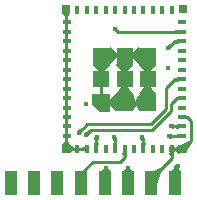
<source format=gbr>
%TF.GenerationSoftware,KiCad,Pcbnew,7.0.10*%
%TF.CreationDate,2024-04-18T15:46:53+08:00*%
%TF.ProjectId,esp32c3-vertical,65737033-3263-4332-9d76-657274696361,rev?*%
%TF.SameCoordinates,Original*%
%TF.FileFunction,Copper,L1,Top*%
%TF.FilePolarity,Positive*%
%FSLAX46Y46*%
G04 Gerber Fmt 4.6, Leading zero omitted, Abs format (unit mm)*
G04 Created by KiCad (PCBNEW 7.0.10) date 2024-04-18 15:46:53*
%MOMM*%
%LPD*%
G01*
G04 APERTURE LIST*
G04 Aperture macros list*
%AMFreePoly0*
4,1,6,0.725000,-0.725000,-0.725000,-0.725000,-0.725000,0.125000,-0.125000,0.725000,0.725000,0.725000,0.725000,-0.725000,0.725000,-0.725000,$1*%
G04 Aperture macros list end*
%TA.AperFunction,SMDPad,CuDef*%
%ADD10R,1.000000X2.000000*%
%TD*%
%TA.AperFunction,SMDPad,CuDef*%
%ADD11R,0.400000X0.800000*%
%TD*%
%TA.AperFunction,SMDPad,CuDef*%
%ADD12R,0.800000X0.400000*%
%TD*%
%TA.AperFunction,SMDPad,CuDef*%
%ADD13FreePoly0,90.000000*%
%TD*%
%TA.AperFunction,SMDPad,CuDef*%
%ADD14R,1.450000X1.450000*%
%TD*%
%TA.AperFunction,SMDPad,CuDef*%
%ADD15R,0.700000X0.700000*%
%TD*%
%TA.AperFunction,ViaPad*%
%ADD16C,0.450000*%
%TD*%
%TA.AperFunction,ViaPad*%
%ADD17C,0.800000*%
%TD*%
%TA.AperFunction,Conductor*%
%ADD18C,0.250000*%
%TD*%
G04 APERTURE END LIST*
D10*
%TO.P,J8,1,Pin_1*%
%TO.N,+5V*%
X15700000Y1300000D03*
%TD*%
%TO.P,J7,1,Pin_1*%
%TO.N,GND*%
X13700000Y1300000D03*
%TD*%
%TO.P,J6,1,Pin_1*%
%TO.N,OUT1*%
X11728570Y1300000D03*
%TD*%
%TO.P,J5,1,Pin_1*%
%TO.N,OUT2*%
X9800000Y1300000D03*
%TD*%
%TO.P,J4,1,Pin_1*%
%TO.N,FUNC*%
X7800000Y1300000D03*
%TD*%
%TO.P,J3,1,Pin_1*%
%TO.N,unconnected-(J3-Pin_1-Pad1)*%
X5700000Y1300000D03*
%TD*%
%TO.P,J2,1,Pin_1*%
%TO.N,CH2*%
X3785714Y1300000D03*
%TD*%
%TO.P,J1,1,Pin_1*%
%TO.N,CH1*%
X1800000Y1300000D03*
%TD*%
D11*
%TO.P,U2,1,GND*%
%TO.N,GND*%
X7450000Y4225000D03*
%TO.P,U2,2,GND*%
X8250000Y4225000D03*
%TO.P,U2,3,3V3*%
%TO.N,+3.3V*%
X9050000Y4225000D03*
%TO.P,U2,4,NC*%
%TO.N,unconnected-(U2-NC-Pad4)*%
X9850000Y4225000D03*
%TO.P,U2,5,GPIO2/ADC1_CH2*%
%TO.N,Net-(U2-GPIO2{slash}ADC1_CH2)*%
X10650000Y4225000D03*
%TO.P,U2,6,GPIO3/ADC1_CH3*%
%TO.N,FUNC*%
X11450000Y4225000D03*
%TO.P,U2,7,NC*%
%TO.N,unconnected-(U2-NC-Pad7)*%
X12250000Y4225000D03*
%TO.P,U2,8,EN/CHIP_PU*%
%TO.N,EN*%
X13050000Y4225000D03*
%TO.P,U2,9,NC*%
%TO.N,unconnected-(U2-NC-Pad9)*%
X13850000Y4225000D03*
%TO.P,U2,10,NC*%
%TO.N,unconnected-(U2-NC-Pad10)*%
X14650000Y4225000D03*
%TO.P,U2,11,GND*%
%TO.N,GND*%
X15450000Y4225000D03*
D12*
%TO.P,U2,12,GPIO0/ADC1_CH0/XTAL_32K_P*%
%TO.N,OUT1*%
X16350000Y5325000D03*
%TO.P,U2,13,GPIO1/ADC1_CH1/XTAL_32K_N*%
%TO.N,OUT2*%
X16350000Y6125000D03*
%TO.P,U2,14,GND*%
%TO.N,GND*%
X16350000Y6925000D03*
%TO.P,U2,15,NC*%
%TO.N,unconnected-(U2-NC-Pad15)*%
X16350000Y7725000D03*
%TO.P,U2,16,GPIO10*%
%TO.N,CH1*%
X16350000Y8525000D03*
%TO.P,U2,17,NC*%
%TO.N,unconnected-(U2-NC-Pad17)*%
X16350000Y9325000D03*
%TO.P,U2,18,GPIO4/ADC1_CH4*%
%TO.N,CH2*%
X16350000Y10125000D03*
%TO.P,U2,19,GPIO5/ADC2_CH0*%
%TO.N,unconnected-(U2-GPIO5{slash}ADC2_CH0-Pad19)*%
X16350000Y10925000D03*
%TO.P,U2,20,GPIO6*%
%TO.N,unconnected-(U2-GPIO6-Pad20)*%
X16350000Y11725000D03*
%TO.P,U2,21,GPIO7*%
%TO.N,unconnected-(U2-GPIO7-Pad21)*%
X16350000Y12525000D03*
%TO.P,U2,22,GPIO8*%
%TO.N,Net-(U2-GPIO8)*%
X16350000Y13325000D03*
%TO.P,U2,23,GPIO9*%
%TO.N,OP*%
X16350000Y14125000D03*
%TO.P,U2,24,NC*%
%TO.N,unconnected-(U2-NC-Pad24)*%
X16350000Y14925000D03*
D11*
%TO.P,U2,25,NC*%
%TO.N,unconnected-(U2-NC-Pad25)*%
X15450000Y16025000D03*
%TO.P,U2,26,GPIO18/USB_D-*%
%TO.N,unconnected-(U2-GPIO18{slash}USB_D--Pad26)*%
X14650000Y16025000D03*
%TO.P,U2,27,GPIO19/USB_D+*%
%TO.N,unconnected-(U2-GPIO19{slash}USB_D+-Pad27)*%
X13850000Y16025000D03*
%TO.P,U2,28,NC*%
%TO.N,unconnected-(U2-NC-Pad28)*%
X13050000Y16025000D03*
%TO.P,U2,29,NC*%
%TO.N,unconnected-(U2-NC-Pad29)*%
X12250000Y16025000D03*
%TO.P,U2,30,GPIO20/U0RXD*%
%TO.N,U0RX*%
X11450000Y16025000D03*
%TO.P,U2,31,GPIO21/U0TXD*%
%TO.N,U0TX*%
X10650000Y16025000D03*
%TO.P,U2,32,NC*%
%TO.N,unconnected-(U2-NC-Pad32)*%
X9850000Y16025000D03*
%TO.P,U2,33,NC*%
%TO.N,unconnected-(U2-NC-Pad33)*%
X9050000Y16025000D03*
%TO.P,U2,34,NC*%
%TO.N,unconnected-(U2-NC-Pad34)*%
X8250000Y16025000D03*
%TO.P,U2,35,NC*%
%TO.N,unconnected-(U2-NC-Pad35)*%
X7450000Y16025000D03*
D12*
%TO.P,U2,36,GND*%
%TO.N,GND*%
X6550000Y14925000D03*
%TO.P,U2,37,GND*%
X6550000Y14125000D03*
%TO.P,U2,38,GND*%
X6550000Y13325000D03*
%TO.P,U2,39,GND*%
X6550000Y12525000D03*
%TO.P,U2,40,GND*%
X6550000Y11725000D03*
%TO.P,U2,41,GND*%
X6550000Y10925000D03*
%TO.P,U2,42,GND*%
X6550000Y10125000D03*
%TO.P,U2,43,GND*%
X6550000Y9325000D03*
%TO.P,U2,44,GND*%
X6550000Y8525000D03*
%TO.P,U2,45,GND*%
X6550000Y7725000D03*
%TO.P,U2,46,GND*%
X6550000Y6925000D03*
%TO.P,U2,47,GND*%
X6550000Y6125000D03*
%TO.P,U2,48,GND*%
X6550000Y5325000D03*
D13*
%TO.P,U2,49,GND*%
X9475000Y8150000D03*
D14*
X11450000Y8150000D03*
X13425000Y8150000D03*
X9475000Y10125000D03*
X11450000Y10125000D03*
X13425000Y10125000D03*
X9475000Y12100000D03*
X11450000Y12100000D03*
X13425000Y12100000D03*
D15*
%TO.P,U2,50,GND*%
X6500000Y16075000D03*
%TO.P,U2,51,GND*%
X16400000Y16075000D03*
%TO.P,U2,52,GND*%
X16400000Y4175000D03*
%TO.P,U2,53,GND*%
X6500000Y4175000D03*
%TD*%
D16*
%TO.N,GND*%
X13650000Y12100000D03*
%TO.N,+3.3V*%
X15100000Y11100000D03*
%TO.N,GND*%
X12300000Y8000000D03*
X9500000Y12100000D03*
%TO.N,U0RX*%
X11450000Y16025000D03*
%TO.N,U0TX*%
X10650000Y16025000D03*
%TO.N,OP*%
X10600000Y14400000D03*
%TO.N,CH2*%
X3785714Y1300000D03*
%TO.N,CH1*%
X1800000Y1300000D03*
%TO.N,CH2*%
X7583353Y5605549D03*
%TO.N,CH1*%
X8200000Y5400000D03*
%TO.N,GND*%
X15400000Y4200000D03*
%TO.N,OUT1*%
X15200000Y5300000D03*
X11728570Y2600000D03*
%TO.N,OUT2*%
X9900000Y2600000D03*
X15400000Y6125000D03*
%TO.N,+3.3V*%
X8200000Y8000000D03*
X9100000Y5200000D03*
%TO.N,GND*%
X6500000Y4200000D03*
X16400000Y16100000D03*
%TO.N,Net-(U2-GPIO8)*%
X15100000Y12725000D03*
%TO.N,Net-(U2-GPIO2{slash}ADC1_CH2)*%
X10550000Y5250000D03*
%TO.N,EN*%
X12900000Y5200000D03*
D17*
%TO.N,GND*%
X13750000Y1300000D03*
D16*
%TO.N,+5V*%
X15950000Y2800000D03*
%TD*%
D18*
%TO.N,GND*%
X17075000Y4850000D02*
X16400000Y4175000D01*
X16775000Y6925000D02*
X17075000Y6625000D01*
X17075000Y6625000D02*
X17075000Y4850000D01*
X16350000Y6925000D02*
X16775000Y6925000D01*
X12150000Y8150000D02*
X9475000Y8150000D01*
X12300000Y8000000D02*
X12150000Y8150000D01*
X12450000Y8150000D02*
X12300000Y8000000D01*
X9500000Y12100000D02*
X13425000Y12100000D01*
%TO.N,OP*%
X10875000Y14125000D02*
X10600000Y14400000D01*
X16350000Y14125000D02*
X10875000Y14125000D01*
%TO.N,FUNC*%
X11025000Y3150000D02*
X8750000Y3150000D01*
X11450000Y3575000D02*
X11025000Y3150000D01*
X8750000Y3150000D02*
X7800000Y2200000D01*
X11450000Y4225000D02*
X11450000Y3575000D01*
X7800000Y2200000D02*
X7800000Y1300000D01*
%TO.N,CH2*%
X8277804Y6300000D02*
X7583353Y5605549D01*
X13663604Y6300000D02*
X8277804Y6300000D01*
X14950000Y7586396D02*
X13663604Y6300000D01*
X14950000Y9375000D02*
X14950000Y7586396D01*
X15700000Y10125000D02*
X14950000Y9375000D01*
X16350000Y10125000D02*
X15700000Y10125000D01*
%TO.N,CH1*%
X15400000Y7400000D02*
X13800000Y5800000D01*
X8600000Y5800000D02*
X8200000Y5400000D01*
X15400000Y8025000D02*
X15400000Y7400000D01*
X15900000Y8525000D02*
X15400000Y8025000D01*
X13800000Y5800000D02*
X8600000Y5800000D01*
X16350000Y8525000D02*
X15900000Y8525000D01*
%TO.N,GND*%
X15400000Y4200000D02*
X15450000Y3450000D01*
%TO.N,OUT2*%
X9900000Y2600000D02*
X9900000Y1400000D01*
X9900000Y1400000D02*
X9800000Y1300000D01*
%TO.N,OUT1*%
X11728570Y2600000D02*
X11728570Y1300000D01*
%TO.N,OUT2*%
X15400000Y6125000D02*
X16350000Y6125000D01*
%TO.N,OUT1*%
X15200000Y5300000D02*
X16325000Y5300000D01*
X16325000Y5300000D02*
X16350000Y5325000D01*
%TO.N,GND*%
X11450000Y8150000D02*
X11450000Y12100000D01*
X13425000Y8150000D02*
X12450000Y8150000D01*
X13425000Y12100000D02*
X13425000Y8150000D01*
X9475000Y12100000D02*
X9500000Y12100000D01*
X9475000Y12100000D02*
X9475000Y8150000D01*
%TO.N,+3.3V*%
X9050000Y5150000D02*
X9100000Y5200000D01*
X9050000Y4225000D02*
X9050000Y5150000D01*
%TO.N,GND*%
X6500000Y4200000D02*
X6500000Y16075000D01*
X13700000Y1700000D02*
X13700000Y1300000D01*
X15450000Y3450000D02*
X13700000Y1700000D01*
X15450000Y4225000D02*
X15400000Y4200000D01*
X15500000Y4175000D02*
X15450000Y4225000D01*
X16400000Y4175000D02*
X15500000Y4175000D01*
%TO.N,Net-(U2-GPIO8)*%
X15700000Y13325000D02*
X16350000Y13325000D01*
X15100000Y12725000D02*
X15700000Y13325000D01*
%TO.N,GND*%
X6500000Y4175000D02*
X6500000Y4200000D01*
X8250000Y4225000D02*
X6550000Y4225000D01*
X6550000Y4225000D02*
X6500000Y4175000D01*
%TO.N,Net-(U2-GPIO2{slash}ADC1_CH2)*%
X10650000Y5150000D02*
X10650000Y4225000D01*
X10550000Y5250000D02*
X10650000Y5150000D01*
%TO.N,EN*%
X13050000Y5050000D02*
X12900000Y5200000D01*
X13050000Y4225000D02*
X13050000Y5050000D01*
%TO.N,+5V*%
X15950000Y2800000D02*
X15700000Y2550000D01*
X15700000Y2550000D02*
X15700000Y1300000D01*
%TD*%
%TA.AperFunction,Conductor*%
%TO.N,GND*%
G36*
X16915130Y4854844D02*
G01*
X17079843Y4690131D01*
X17083270Y4681858D01*
X17081978Y4676513D01*
X16754912Y4039593D01*
X16748084Y4033799D01*
X16740053Y4034118D01*
X16403805Y4172437D01*
X16397458Y4178753D01*
X16259117Y4515055D01*
X16259139Y4524009D01*
X16264590Y4529912D01*
X16901512Y4856980D01*
X16910437Y4857710D01*
X16915130Y4854844D01*
G37*
%TD.AperFunction*%
%TD*%
%TA.AperFunction,Conductor*%
%TO.N,GND*%
G36*
X16753850Y7037548D02*
G01*
X16754427Y7037206D01*
X16974794Y6897469D01*
X16979945Y6890144D01*
X16978409Y6881322D01*
X16976801Y6879315D01*
X16813904Y6716418D01*
X16805631Y6712991D01*
X16805336Y6712995D01*
X16342599Y6724683D01*
X16334415Y6728317D01*
X16331198Y6736674D01*
X16331247Y6737496D01*
X16345883Y6890144D01*
X16348531Y6917764D01*
X16352732Y6925671D01*
X16356965Y6927896D01*
X16744955Y7038574D01*
X16753850Y7037548D01*
G37*
%TD.AperFunction*%
%TD*%
%TA.AperFunction,Conductor*%
%TO.N,GND*%
G36*
X11922994Y8273312D02*
G01*
X12289832Y8226303D01*
X12297603Y8221852D01*
X12300045Y8214750D01*
X12300978Y8004898D01*
X12297588Y7996610D01*
X12297525Y7996547D01*
X12148290Y7848245D01*
X12140006Y7844844D01*
X12132753Y7847393D01*
X11914231Y8021487D01*
X11909895Y8029322D01*
X11909821Y8030638D01*
X11909821Y8261706D01*
X11913248Y8269979D01*
X11921521Y8273406D01*
X11922994Y8273312D01*
G37*
%TD.AperFunction*%
%TD*%
%TA.AperFunction,Conductor*%
%TO.N,GND*%
G36*
X10732529Y8867481D02*
G01*
X11442709Y8158279D01*
X11446142Y8150008D01*
X11442721Y8141733D01*
X11442709Y8141721D01*
X10732529Y7432520D01*
X10724254Y7429099D01*
X10716802Y7431785D01*
X10004240Y8021492D01*
X10000052Y8029407D01*
X10000000Y8030506D01*
X10000000Y8269495D01*
X10003427Y8277768D01*
X10004240Y8278509D01*
X10716803Y8868217D01*
X10725361Y8870850D01*
X10732529Y8867481D01*
G37*
%TD.AperFunction*%
%TD*%
%TA.AperFunction,Conductor*%
%TO.N,GND*%
G36*
X12177596Y8860859D02*
G01*
X12180549Y8855879D01*
X12312608Y8405505D01*
X12361611Y8238388D01*
X12361612Y8238387D01*
X12532072Y8067927D01*
X12535499Y8059654D01*
X12533960Y8053854D01*
X12182589Y7438297D01*
X12175512Y7432811D01*
X12166628Y7433936D01*
X12164163Y7435816D01*
X11457583Y8141019D01*
X11454148Y8149289D01*
X11457567Y8157565D01*
X11457576Y8157574D01*
X12161052Y8860862D01*
X12169324Y8864287D01*
X12177596Y8860859D01*
G37*
%TD.AperFunction*%
%TD*%
%TA.AperFunction,Conductor*%
%TO.N,GND*%
G36*
X13452529Y12181846D02*
G01*
X13642734Y12103975D01*
X13649091Y12097670D01*
X13650000Y12093148D01*
X13650000Y11886700D01*
X13646573Y11878427D01*
X13638300Y11875000D01*
X13550000Y11875000D01*
X13318208Y11875000D01*
X13309935Y11878427D01*
X13306508Y11886700D01*
X13307566Y11891562D01*
X13403247Y12101000D01*
X13437456Y12175881D01*
X13444010Y12181980D01*
X13452529Y12181846D01*
G37*
%TD.AperFunction*%
%TD*%
%TA.AperFunction,Conductor*%
%TO.N,GND*%
G36*
X9940898Y12227073D02*
G01*
X9948204Y12221895D01*
X9950000Y12215665D01*
X9950000Y11984336D01*
X9946573Y11976063D01*
X9940898Y11972928D01*
X9595692Y11894311D01*
X9586864Y11895815D01*
X9582303Y11901197D01*
X9551378Y11975000D01*
X9500893Y12095481D01*
X9500857Y12104432D01*
X9582304Y12298806D01*
X9588661Y12305110D01*
X9595690Y12305690D01*
X9940898Y12227073D01*
G37*
%TD.AperFunction*%
%TD*%
%TA.AperFunction,Conductor*%
%TO.N,GND*%
G36*
X10208197Y12818216D02*
G01*
X10920760Y12228509D01*
X10924948Y12220594D01*
X10925000Y12219495D01*
X10925000Y11980506D01*
X10921573Y11972233D01*
X10920760Y11971492D01*
X10208197Y11381785D01*
X10199638Y11379151D01*
X10192470Y11382520D01*
X9482290Y12091721D01*
X9478857Y12099992D01*
X9482278Y12108267D01*
X9482290Y12108279D01*
X10192471Y12817482D01*
X10200745Y12820902D01*
X10208197Y12818216D01*
G37*
%TD.AperFunction*%
%TD*%
%TA.AperFunction,Conductor*%
%TO.N,GND*%
G36*
X12707529Y12817481D02*
G01*
X13417709Y12108279D01*
X13421142Y12100008D01*
X13417721Y12091733D01*
X13417709Y12091721D01*
X12707529Y11382520D01*
X12699254Y11379099D01*
X12691802Y11381785D01*
X11979240Y11971492D01*
X11975052Y11979407D01*
X11975000Y11980506D01*
X11975000Y12219495D01*
X11978427Y12227768D01*
X11979240Y12228509D01*
X12691803Y12818217D01*
X12700361Y12820850D01*
X12707529Y12817481D01*
G37*
%TD.AperFunction*%
%TD*%
%TA.AperFunction,Conductor*%
%TO.N,OP*%
G36*
X10807105Y14482082D02*
G01*
X10812891Y14476864D01*
X10934674Y14252612D01*
X10936092Y14247028D01*
X10936092Y14018179D01*
X10932665Y14009906D01*
X10924392Y14006479D01*
X10919546Y14007530D01*
X10524143Y14187464D01*
X10518032Y14194010D01*
X10518160Y14202545D01*
X10597149Y14395481D01*
X10603452Y14401836D01*
X10798152Y14482097D01*
X10807105Y14482082D01*
G37*
%TD.AperFunction*%
%TD*%
%TA.AperFunction,Conductor*%
%TO.N,OP*%
G36*
X15954178Y14322908D02*
G01*
X15954524Y14322744D01*
X16116632Y14241892D01*
X16330007Y14135470D01*
X16335881Y14128711D01*
X16335255Y14119778D01*
X16330007Y14114530D01*
X15954559Y13927274D01*
X15945626Y13926648D01*
X15945229Y13926789D01*
X15757592Y13997153D01*
X15751049Y14003267D01*
X15750000Y14008108D01*
X15750000Y14241892D01*
X15753427Y14250165D01*
X15757592Y14252847D01*
X15945231Y14323212D01*
X15954178Y14322908D01*
G37*
%TD.AperFunction*%
%TD*%
%TA.AperFunction,Conductor*%
%TO.N,FUNC*%
G36*
X11455222Y4210256D02*
G01*
X11460470Y4205008D01*
X11647726Y3829560D01*
X11648352Y3820627D01*
X11648211Y3820230D01*
X11577847Y3632592D01*
X11571734Y3626049D01*
X11566892Y3625000D01*
X11333108Y3625000D01*
X11324835Y3628427D01*
X11322153Y3632592D01*
X11251788Y3820232D01*
X11252092Y3829179D01*
X11252246Y3829505D01*
X11439530Y4205009D01*
X11446289Y4210882D01*
X11455222Y4210256D01*
G37*
%TD.AperFunction*%
%TD*%
%TA.AperFunction,Conductor*%
%TO.N,CH2*%
G36*
X7819763Y6005534D02*
G01*
X7983337Y5841960D01*
X7986764Y5833687D01*
X7984968Y5827457D01*
X7916592Y5718754D01*
X7914961Y5716711D01*
X7851472Y5653221D01*
X7789863Y5532305D01*
X7789572Y5532453D01*
X7784539Y5526568D01*
X7775612Y5525873D01*
X7774803Y5526169D01*
X7587183Y5602985D01*
X7580825Y5609291D01*
X7580788Y5609380D01*
X7500975Y5804321D01*
X7501012Y5813276D01*
X7505573Y5818658D01*
X7532123Y5835358D01*
X7805260Y6007166D01*
X7814088Y6008669D01*
X7819763Y6005534D01*
G37*
%TD.AperFunction*%
%TD*%
%TA.AperFunction,Conductor*%
%TO.N,CH2*%
G36*
X15954178Y10322908D02*
G01*
X15954524Y10322744D01*
X16116632Y10241892D01*
X16330007Y10135470D01*
X16335881Y10128711D01*
X16335255Y10119778D01*
X16330007Y10114530D01*
X15954559Y9927274D01*
X15945626Y9926648D01*
X15945229Y9926789D01*
X15757592Y9997153D01*
X15751049Y10003267D01*
X15750000Y10008108D01*
X15750000Y10241892D01*
X15753427Y10250165D01*
X15757592Y10252847D01*
X15945231Y10323212D01*
X15954178Y10322908D01*
G37*
%TD.AperFunction*%
%TD*%
%TA.AperFunction,Conductor*%
%TO.N,CH1*%
G36*
X8436410Y5799985D02*
G01*
X8599984Y5636411D01*
X8603411Y5628138D01*
X8601615Y5621908D01*
X8413108Y5322221D01*
X8405802Y5317043D01*
X8398771Y5317623D01*
X8203830Y5397436D01*
X8197472Y5403742D01*
X8197435Y5403831D01*
X8117622Y5598772D01*
X8117659Y5607727D01*
X8122220Y5613109D01*
X8148770Y5629809D01*
X8421907Y5801617D01*
X8430735Y5803120D01*
X8436410Y5799985D01*
G37*
%TD.AperFunction*%
%TD*%
%TA.AperFunction,Conductor*%
%TO.N,CH1*%
G36*
X15954979Y8650933D02*
G01*
X16323211Y8534408D01*
X16330065Y8528645D01*
X16330836Y8519723D01*
X16325073Y8512869D01*
X16324921Y8512792D01*
X15952930Y8326468D01*
X15946734Y8325268D01*
X15886602Y8330196D01*
X15879285Y8333584D01*
X15716191Y8496678D01*
X15712764Y8504951D01*
X15716191Y8513224D01*
X15718483Y8515007D01*
X15945494Y8649833D01*
X15954357Y8651110D01*
X15954979Y8650933D01*
G37*
%TD.AperFunction*%
%TD*%
%TA.AperFunction,Conductor*%
%TO.N,GND*%
G36*
X15611330Y4200061D02*
G01*
X15619587Y4196597D01*
X15622977Y4188309D01*
X15622828Y4186503D01*
X15555972Y3770956D01*
X15551275Y3763332D01*
X15545199Y3761140D01*
X15314298Y3745746D01*
X15305816Y3748615D01*
X15302333Y3753994D01*
X15300145Y3761140D01*
X15195226Y4103775D01*
X15196080Y4112687D01*
X15201888Y4117988D01*
X15397740Y4200078D01*
X15402309Y4200987D01*
X15611330Y4200061D01*
G37*
%TD.AperFunction*%
%TD*%
%TA.AperFunction,Conductor*%
%TO.N,GND*%
G36*
X15454949Y4209835D02*
G01*
X15460278Y4204423D01*
X15639947Y3829710D01*
X15640434Y3820768D01*
X15640207Y3820175D01*
X15565806Y3640473D01*
X15559475Y3634140D01*
X15555774Y3633275D01*
X15322834Y3617746D01*
X15314351Y3620615D01*
X15310868Y3625998D01*
X15308642Y3633275D01*
X15251365Y3820537D01*
X15252081Y3829176D01*
X15439259Y4204587D01*
X15446016Y4210459D01*
X15454949Y4209835D01*
G37*
%TD.AperFunction*%
%TD*%
%TA.AperFunction,Conductor*%
%TO.N,OUT2*%
G36*
X10098803Y2517697D02*
G01*
X10105109Y2511339D01*
X10105689Y2504308D01*
X10027073Y2159102D01*
X10021895Y2151796D01*
X10015665Y2150000D01*
X9784335Y2150000D01*
X9776062Y2153427D01*
X9772927Y2159102D01*
X9694310Y2504310D01*
X9695814Y2513136D01*
X9701193Y2517696D01*
X9895480Y2599107D01*
X9904431Y2599143D01*
X10098803Y2517697D01*
G37*
%TD.AperFunction*%
%TD*%
%TA.AperFunction,Conductor*%
%TO.N,OUT2*%
G36*
X10028126Y2596573D02*
G01*
X10028474Y2596210D01*
X10294561Y2305934D01*
X10297625Y2297520D01*
X10296403Y2292800D01*
X9811334Y1321692D01*
X9804571Y1315822D01*
X9795639Y1316453D01*
X9790096Y1322352D01*
X9379040Y2291573D01*
X9378964Y2300527D01*
X9382784Y2305496D01*
X9771878Y2597657D01*
X9778903Y2600000D01*
X10019853Y2600000D01*
X10028126Y2596573D01*
G37*
%TD.AperFunction*%
%TD*%
%TA.AperFunction,Conductor*%
%TO.N,OUT1*%
G36*
X11927373Y2517697D02*
G01*
X11933679Y2511339D01*
X11934259Y2504308D01*
X11855643Y2159102D01*
X11850465Y2151796D01*
X11844235Y2150000D01*
X11612905Y2150000D01*
X11604632Y2153427D01*
X11601497Y2159102D01*
X11522880Y2504310D01*
X11524384Y2513136D01*
X11529763Y2517696D01*
X11724050Y2599107D01*
X11733001Y2599143D01*
X11927373Y2517697D01*
G37*
%TD.AperFunction*%
%TD*%
%TA.AperFunction,Conductor*%
%TO.N,OUT1*%
G36*
X11856775Y2597436D02*
G01*
X12221187Y2305906D01*
X12225506Y2298063D01*
X12224345Y2291543D01*
X11739037Y1319955D01*
X11732274Y1314085D01*
X11723342Y1314716D01*
X11718103Y1319955D01*
X11232794Y2291543D01*
X11232163Y2300475D01*
X11235949Y2305904D01*
X11600365Y2597436D01*
X11607674Y2600000D01*
X11849466Y2600000D01*
X11856775Y2597436D01*
G37*
%TD.AperFunction*%
%TD*%
%TA.AperFunction,Conductor*%
%TO.N,OUT2*%
G36*
X15840898Y6252073D02*
G01*
X15848204Y6246895D01*
X15850000Y6240665D01*
X15850000Y6009336D01*
X15846573Y6001063D01*
X15840898Y5997928D01*
X15495692Y5919311D01*
X15486864Y5920815D01*
X15482303Y5926197D01*
X15451378Y6000000D01*
X15400893Y6120481D01*
X15400857Y6129432D01*
X15482304Y6323806D01*
X15488661Y6330110D01*
X15495690Y6330690D01*
X15840898Y6252073D01*
G37*
%TD.AperFunction*%
%TD*%
%TA.AperFunction,Conductor*%
%TO.N,OUT2*%
G36*
X15954178Y6322908D02*
G01*
X15954524Y6322744D01*
X16116632Y6241892D01*
X16330007Y6135470D01*
X16335881Y6128711D01*
X16335255Y6119778D01*
X16330007Y6114530D01*
X15954559Y5927274D01*
X15945626Y5926648D01*
X15945229Y5926789D01*
X15757592Y5997153D01*
X15751049Y6003267D01*
X15750000Y6008108D01*
X15750000Y6241892D01*
X15753427Y6250165D01*
X15757592Y6252847D01*
X15945231Y6323212D01*
X15954178Y6322908D01*
G37*
%TD.AperFunction*%
%TD*%
%TA.AperFunction,Conductor*%
%TO.N,OUT1*%
G36*
X15640898Y5427073D02*
G01*
X15648204Y5421895D01*
X15650000Y5415665D01*
X15650000Y5184336D01*
X15646573Y5176063D01*
X15640898Y5172928D01*
X15295692Y5094311D01*
X15286864Y5095815D01*
X15282303Y5101197D01*
X15251378Y5175000D01*
X15200893Y5295481D01*
X15200857Y5304432D01*
X15282304Y5498806D01*
X15288661Y5505110D01*
X15295690Y5505690D01*
X15640898Y5427073D01*
G37*
%TD.AperFunction*%
%TD*%
%TA.AperFunction,Conductor*%
%TO.N,OUT1*%
G36*
X15954646Y5506368D02*
G01*
X16131416Y5425479D01*
X16328742Y5335185D01*
X16334839Y5328627D01*
X16334513Y5319678D01*
X16329096Y5314076D01*
X15953867Y5126930D01*
X15945807Y5126049D01*
X15758862Y5172785D01*
X15751667Y5178116D01*
X15750000Y5184136D01*
X15750000Y5417206D01*
X15753427Y5425479D01*
X15757193Y5428003D01*
X15944900Y5506364D01*
X15945278Y5506523D01*
X15954232Y5506547D01*
X15954646Y5506368D01*
G37*
%TD.AperFunction*%
%TD*%
%TA.AperFunction,Conductor*%
%TO.N,GND*%
G36*
X11577768Y9596573D02*
G01*
X11578509Y9595760D01*
X12168215Y8883198D01*
X12170849Y8874639D01*
X12167480Y8867471D01*
X11458279Y8157291D01*
X11450008Y8153858D01*
X11441733Y8157279D01*
X11441721Y8157291D01*
X10732519Y8867471D01*
X10729098Y8875746D01*
X10731783Y8883197D01*
X11321491Y9595761D01*
X11329406Y9599948D01*
X11330505Y9600000D01*
X11569495Y9600000D01*
X11577768Y9596573D01*
G37*
%TD.AperFunction*%
%TD*%
%TA.AperFunction,Conductor*%
%TO.N,GND*%
G36*
X11458267Y12092722D02*
G01*
X11458279Y12092710D01*
X12167480Y11382530D01*
X12170901Y11374255D01*
X12168215Y11366803D01*
X11578509Y10654240D01*
X11570594Y10650052D01*
X11569495Y10650000D01*
X11330505Y10650000D01*
X11322232Y10653427D01*
X11321491Y10654240D01*
X10731784Y11366803D01*
X10729150Y11375362D01*
X10732518Y11382529D01*
X11441721Y12092711D01*
X11449992Y12096143D01*
X11458267Y12092722D01*
G37*
%TD.AperFunction*%
%TD*%
%TA.AperFunction,Conductor*%
%TO.N,GND*%
G36*
X12685633Y8270964D02*
G01*
X12690084Y8263193D01*
X12690179Y8261706D01*
X12690179Y8030638D01*
X12686752Y8022365D01*
X12685769Y8021487D01*
X12467246Y7847393D01*
X12458640Y7844918D01*
X12451709Y7848245D01*
X12424064Y7875717D01*
X12302473Y7996549D01*
X12299021Y8004809D01*
X12299954Y8214752D01*
X12303418Y8223008D01*
X12310166Y8226303D01*
X12676994Y8273311D01*
X12685633Y8270964D01*
G37*
%TD.AperFunction*%
%TD*%
%TA.AperFunction,Conductor*%
%TO.N,GND*%
G36*
X12708820Y8777222D02*
G01*
X12709800Y8776454D01*
X13416286Y8158942D01*
X13420260Y8150917D01*
X13417395Y8142433D01*
X13416859Y8141860D01*
X12710283Y7435284D01*
X12702010Y7431857D01*
X12693737Y7435284D01*
X12692157Y7437247D01*
X12388388Y7911613D01*
X12218557Y8081444D01*
X12215130Y8089717D01*
X12217248Y8096430D01*
X12692526Y8774360D01*
X12700079Y8779165D01*
X12708820Y8777222D01*
G37*
%TD.AperFunction*%
%TD*%
%TA.AperFunction,Conductor*%
%TO.N,GND*%
G36*
X13452529Y12181846D02*
G01*
X13642734Y12103975D01*
X13649091Y12097670D01*
X13650000Y12093148D01*
X13650000Y11886700D01*
X13646573Y11878427D01*
X13638300Y11875000D01*
X13550000Y11875000D01*
X13318208Y11875000D01*
X13309935Y11878427D01*
X13306508Y11886700D01*
X13307566Y11891562D01*
X13403247Y12101000D01*
X13437456Y12175881D01*
X13444010Y12181980D01*
X13452529Y12181846D01*
G37*
%TD.AperFunction*%
%TD*%
%TA.AperFunction,Conductor*%
%TO.N,GND*%
G36*
X13552768Y9596573D02*
G01*
X13553509Y9595760D01*
X14143215Y8883198D01*
X14145849Y8874639D01*
X14142480Y8867471D01*
X13433279Y8157291D01*
X13425008Y8153858D01*
X13416733Y8157279D01*
X13416721Y8157291D01*
X12707519Y8867471D01*
X12704098Y8875746D01*
X12706783Y8883197D01*
X13296491Y9595761D01*
X13304406Y9599948D01*
X13305505Y9600000D01*
X13544495Y9600000D01*
X13552768Y9596573D01*
G37*
%TD.AperFunction*%
%TD*%
%TA.AperFunction,Conductor*%
%TO.N,GND*%
G36*
X13433267Y12092722D02*
G01*
X13433279Y12092710D01*
X14142480Y11382530D01*
X14145901Y11374255D01*
X14143215Y11366803D01*
X13553509Y10654240D01*
X13545594Y10650052D01*
X13544495Y10650000D01*
X13305505Y10650000D01*
X13297232Y10653427D01*
X13296491Y10654240D01*
X12706784Y11366803D01*
X12704150Y11375362D01*
X12707518Y11382529D01*
X13416721Y12092711D01*
X13424992Y12096143D01*
X13433267Y12092722D01*
G37*
%TD.AperFunction*%
%TD*%
%TA.AperFunction,Conductor*%
%TO.N,GND*%
G36*
X9502192Y12100082D02*
G01*
X9698158Y12017967D01*
X9704464Y12011609D01*
X9704841Y12003808D01*
X9602504Y11663305D01*
X9596841Y11656369D01*
X9591299Y11654973D01*
X9359893Y11654973D01*
X9351620Y11658400D01*
X9348356Y11664729D01*
X9277289Y12086418D01*
X9279293Y12095145D01*
X9286882Y12099899D01*
X9288764Y12100062D01*
X9497622Y12100990D01*
X9502192Y12100082D01*
G37*
%TD.AperFunction*%
%TD*%
%TA.AperFunction,Conductor*%
%TO.N,GND*%
G36*
X9483267Y12092722D02*
G01*
X9483279Y12092710D01*
X10192480Y11382530D01*
X10195901Y11374255D01*
X10193215Y11366803D01*
X9603509Y10654240D01*
X9595594Y10650052D01*
X9594495Y10650000D01*
X9355505Y10650000D01*
X9347232Y10653427D01*
X9346491Y10654240D01*
X8756784Y11366803D01*
X8754150Y11375362D01*
X8757518Y11382529D01*
X9466721Y12092711D01*
X9474992Y12096143D01*
X9483267Y12092722D01*
G37*
%TD.AperFunction*%
%TD*%
%TA.AperFunction,Conductor*%
%TO.N,+3.3V*%
G36*
X9102192Y5200082D02*
G01*
X9297481Y5118251D01*
X9303787Y5111893D01*
X9303913Y5103348D01*
X9178897Y4770325D01*
X9177849Y4767534D01*
X9171733Y4760993D01*
X9166895Y4759946D01*
X8935446Y4759946D01*
X8927173Y4763373D01*
X8923821Y4770325D01*
X8912247Y4872183D01*
X8876472Y5187040D01*
X8878943Y5195644D01*
X8886776Y5199983D01*
X8888044Y5200058D01*
X9097622Y5200990D01*
X9102192Y5200082D01*
G37*
%TD.AperFunction*%
%TD*%
%TA.AperFunction,Conductor*%
%TO.N,+3.3V*%
G36*
X9175165Y4821573D02*
G01*
X9177847Y4817408D01*
X9248211Y4629771D01*
X9247907Y4620822D01*
X9247726Y4620441D01*
X9060470Y4244993D01*
X9053711Y4239119D01*
X9044778Y4239745D01*
X9039530Y4244993D01*
X8986262Y4351795D01*
X8852272Y4620443D01*
X8851647Y4629374D01*
X8851767Y4629715D01*
X8922153Y4817408D01*
X8928267Y4823951D01*
X8933108Y4825000D01*
X9166892Y4825000D01*
X9175165Y4821573D01*
G37*
%TD.AperFunction*%
%TD*%
%TA.AperFunction,Conductor*%
%TO.N,GND*%
G36*
X6623938Y4646573D02*
G01*
X6627073Y4640898D01*
X6705689Y4295693D01*
X6704185Y4286865D01*
X6698803Y4282304D01*
X6504522Y4200895D01*
X6495567Y4200858D01*
X6495478Y4200895D01*
X6301196Y4282304D01*
X6294890Y4288662D01*
X6294310Y4295691D01*
X6372927Y4640899D01*
X6378105Y4648204D01*
X6384335Y4650000D01*
X6615665Y4650000D01*
X6623938Y4646573D01*
G37*
%TD.AperFunction*%
%TD*%
%TA.AperFunction,Conductor*%
%TO.N,GND*%
G36*
X6508259Y16067717D02*
G01*
X6843351Y15731668D01*
X6846766Y15723390D01*
X6844908Y15717080D01*
X6628454Y15380373D01*
X6621097Y15375267D01*
X6618612Y15375000D01*
X6381388Y15375000D01*
X6373115Y15378427D01*
X6371546Y15380373D01*
X6155091Y15717080D01*
X6153500Y15725892D01*
X6156646Y15731666D01*
X6491716Y16067693D01*
X6499983Y16071131D01*
X6508259Y16067717D01*
G37*
%TD.AperFunction*%
%TD*%
%TA.AperFunction,Conductor*%
%TO.N,GND*%
G36*
X6626885Y4871573D02*
G01*
X6628454Y4869627D01*
X6844908Y4532921D01*
X6846499Y4524109D01*
X6843351Y4518333D01*
X6508285Y4182309D01*
X6500017Y4178870D01*
X6491739Y4182285D01*
X6491715Y4182309D01*
X6156648Y4518333D01*
X6153233Y4526611D01*
X6155090Y4532918D01*
X6371546Y4869627D01*
X6378903Y4874733D01*
X6381388Y4875000D01*
X6618612Y4875000D01*
X6626885Y4871573D01*
G37*
%TD.AperFunction*%
%TD*%
%TA.AperFunction,Conductor*%
%TO.N,GND*%
G36*
X13895695Y2055887D02*
G01*
X13896273Y2055346D01*
X14061454Y1890165D01*
X14064758Y1883583D01*
X14148047Y1313368D01*
X14145852Y1304686D01*
X14138161Y1300100D01*
X14136491Y1299977D01*
X13754168Y1299302D01*
X13745889Y1302714D01*
X13474848Y1575113D01*
X13471443Y1583393D01*
X13474328Y1591057D01*
X13879189Y2054770D01*
X13887209Y2058746D01*
X13895695Y2055887D01*
G37*
%TD.AperFunction*%
%TD*%
%TA.AperFunction,Conductor*%
%TO.N,GND*%
G36*
X14471108Y2635998D02*
G01*
X14636818Y2470288D01*
X14640245Y2462015D01*
X14639639Y2458298D01*
X14203619Y1157037D01*
X14197741Y1150281D01*
X14189105Y1149565D01*
X13708254Y1296554D01*
X13701344Y1302250D01*
X13700008Y1308636D01*
X13775399Y2293368D01*
X13779448Y2301356D01*
X13781865Y2302956D01*
X14457636Y2638207D01*
X14466570Y2638813D01*
X14471108Y2635998D01*
G37*
%TD.AperFunction*%
%TD*%
%TA.AperFunction,Conductor*%
%TO.N,GND*%
G36*
X15836696Y4302504D02*
G01*
X15843631Y4296842D01*
X15845027Y4291300D01*
X15845027Y4059893D01*
X15841600Y4051620D01*
X15835271Y4048356D01*
X15413582Y3977290D01*
X15404855Y3979294D01*
X15400101Y3986883D01*
X15399938Y3988766D01*
X15399010Y4197624D01*
X15399918Y4202192D01*
X15482034Y4398161D01*
X15488391Y4404465D01*
X15496189Y4404842D01*
X15836696Y4302504D01*
G37*
%TD.AperFunction*%
%TD*%
%TA.AperFunction,Conductor*%
%TO.N,GND*%
G36*
X15657059Y4397905D02*
G01*
X15843594Y4303251D01*
X15849421Y4296451D01*
X15850000Y4292817D01*
X15850000Y4059065D01*
X15846573Y4050792D01*
X15841223Y4047736D01*
X15656928Y4000178D01*
X15648061Y4001429D01*
X15645252Y4003743D01*
X15456803Y4216203D01*
X15453877Y4224666D01*
X15457792Y4232720D01*
X15644050Y4396263D01*
X15652526Y4399145D01*
X15657059Y4397905D01*
G37*
%TD.AperFunction*%
%TD*%
%TA.AperFunction,Conductor*%
%TO.N,GND*%
G36*
X16056667Y4518352D02*
G01*
X16392691Y4183285D01*
X16396130Y4175017D01*
X16392715Y4166739D01*
X16392691Y4166715D01*
X16056667Y3831649D01*
X16048389Y3828234D01*
X16042079Y3830092D01*
X15705373Y4046546D01*
X15700267Y4053903D01*
X15700000Y4056388D01*
X15700000Y4293613D01*
X15703427Y4301886D01*
X15705367Y4303451D01*
X16042081Y4519910D01*
X16050891Y4521500D01*
X16056667Y4518352D01*
G37*
%TD.AperFunction*%
%TD*%
%TA.AperFunction,Conductor*%
%TO.N,Net-(U2-GPIO8)*%
G36*
X15954178Y13522908D02*
G01*
X15954524Y13522744D01*
X16116632Y13441892D01*
X16330007Y13335470D01*
X16335881Y13328711D01*
X16335255Y13319778D01*
X16330007Y13314530D01*
X15954559Y13127274D01*
X15945626Y13126648D01*
X15945229Y13126789D01*
X15757592Y13197153D01*
X15751049Y13203267D01*
X15750000Y13208108D01*
X15750000Y13441892D01*
X15753427Y13450165D01*
X15757592Y13452847D01*
X15945231Y13523212D01*
X15954178Y13522908D01*
G37*
%TD.AperFunction*%
%TD*%
%TA.AperFunction,Conductor*%
%TO.N,Net-(U2-GPIO8)*%
G36*
X15336410Y13124985D02*
G01*
X15499984Y12961411D01*
X15503411Y12953138D01*
X15501615Y12946908D01*
X15313108Y12647221D01*
X15305802Y12642043D01*
X15298771Y12642623D01*
X15103830Y12722436D01*
X15097472Y12728742D01*
X15097435Y12728831D01*
X15017622Y12923772D01*
X15017659Y12932727D01*
X15022220Y12938109D01*
X15048770Y12954809D01*
X15321907Y13126617D01*
X15330735Y13128120D01*
X15336410Y13124985D01*
G37*
%TD.AperFunction*%
%TD*%
%TA.AperFunction,Conductor*%
%TO.N,GND*%
G36*
X6513582Y4422711D02*
G01*
X6935272Y4351644D01*
X6942860Y4346891D01*
X6945027Y4340108D01*
X6945027Y4108701D01*
X6941600Y4100428D01*
X6936695Y4097496D01*
X6596192Y3995159D01*
X6587282Y3996060D01*
X6582033Y4001842D01*
X6499918Y4197808D01*
X6499010Y4202378D01*
X6499938Y4411228D01*
X6503402Y4419484D01*
X6511690Y4422874D01*
X6513582Y4422711D01*
G37*
%TD.AperFunction*%
%TD*%
%TA.AperFunction,Conductor*%
%TO.N,GND*%
G36*
X8051914Y4422059D02*
G01*
X8055321Y4419706D01*
X8242665Y4233294D01*
X8246112Y4225029D01*
X8242706Y4216747D01*
X8242664Y4216706D01*
X8055325Y4030299D01*
X8047044Y4026893D01*
X8042965Y4027638D01*
X7857592Y4097153D01*
X7851049Y4103267D01*
X7850000Y4108108D01*
X7850000Y4341892D01*
X7853427Y4350165D01*
X7857592Y4352847D01*
X8042967Y4422363D01*
X8051914Y4422059D01*
G37*
%TD.AperFunction*%
%TD*%
%TA.AperFunction,Conductor*%
%TO.N,GND*%
G36*
X6857530Y4521235D02*
G01*
X7193532Y4353234D01*
X7199400Y4346469D01*
X7200000Y4342769D01*
X7200000Y4106010D01*
X7196573Y4097737D01*
X7195116Y4096500D01*
X6857770Y3854716D01*
X6849049Y3852682D01*
X6842994Y3855651D01*
X6507912Y4166727D01*
X6504180Y4174868D01*
X6507297Y4183262D01*
X6507596Y4183573D01*
X6844038Y4519056D01*
X6852315Y4522470D01*
X6857530Y4521235D01*
G37*
%TD.AperFunction*%
%TD*%
%TA.AperFunction,Conductor*%
%TO.N,Net-(U2-GPIO2{slash}ADC1_CH2)*%
G36*
X10763352Y5250052D02*
G01*
X10771610Y5246588D01*
X10775000Y5238352D01*
X10775000Y4838112D01*
X10771573Y4829839D01*
X10763300Y4826412D01*
X10531967Y4826412D01*
X10523694Y4829839D01*
X10521680Y4832538D01*
X10348287Y5152528D01*
X10347359Y5161434D01*
X10353000Y5168389D01*
X10354052Y5168893D01*
X10547808Y5250082D01*
X10552376Y5250990D01*
X10763352Y5250052D01*
G37*
%TD.AperFunction*%
%TD*%
%TA.AperFunction,Conductor*%
%TO.N,Net-(U2-GPIO2{slash}ADC1_CH2)*%
G36*
X10775165Y4821573D02*
G01*
X10777847Y4817408D01*
X10848211Y4629771D01*
X10847907Y4620822D01*
X10847726Y4620441D01*
X10660470Y4244993D01*
X10653711Y4239119D01*
X10644778Y4239745D01*
X10639530Y4244993D01*
X10586262Y4351795D01*
X10452272Y4620443D01*
X10451647Y4629374D01*
X10451767Y4629715D01*
X10522153Y4817408D01*
X10528267Y4823951D01*
X10533108Y4825000D01*
X10766892Y4825000D01*
X10775165Y4821573D01*
G37*
%TD.AperFunction*%
%TD*%
%TA.AperFunction,Conductor*%
%TO.N,EN*%
G36*
X13114750Y5200046D02*
G01*
X13123007Y5196582D01*
X13126302Y5189833D01*
X13173310Y4823008D01*
X13170963Y4814367D01*
X13163192Y4809916D01*
X13161705Y4809821D01*
X12930638Y4809821D01*
X12922365Y4813248D01*
X12921487Y4814231D01*
X12747392Y5032754D01*
X12744917Y5041360D01*
X12748243Y5048290D01*
X12896548Y5197528D01*
X12904807Y5200979D01*
X13114750Y5200046D01*
G37*
%TD.AperFunction*%
%TD*%
%TA.AperFunction,Conductor*%
%TO.N,EN*%
G36*
X13175165Y4821573D02*
G01*
X13177847Y4817408D01*
X13248211Y4629771D01*
X13247907Y4620822D01*
X13247726Y4620441D01*
X13060470Y4244993D01*
X13053711Y4239119D01*
X13044778Y4239745D01*
X13039530Y4244993D01*
X12986262Y4351795D01*
X12852272Y4620443D01*
X12851647Y4629374D01*
X12851767Y4629715D01*
X12922153Y4817408D01*
X12928267Y4823951D01*
X12933108Y4825000D01*
X13166892Y4825000D01*
X13175165Y4821573D01*
G37*
%TD.AperFunction*%
%TD*%
%TA.AperFunction,Conductor*%
%TO.N,+5V*%
G36*
X15753172Y2881582D02*
G01*
X15945479Y2802851D01*
X15951836Y2796546D01*
X15951862Y2796483D01*
X16032420Y2601063D01*
X16032405Y2592108D01*
X16028023Y2586823D01*
X15827923Y2455472D01*
X15821503Y2453553D01*
X15592064Y2453553D01*
X15583791Y2456980D01*
X15580364Y2465253D01*
X15581150Y2469470D01*
X15628534Y2592108D01*
X15737825Y2874972D01*
X15744004Y2881453D01*
X15752956Y2881668D01*
X15753172Y2881582D01*
G37*
%TD.AperFunction*%
%TD*%
%TA.AperFunction,Conductor*%
%TO.N,+5V*%
G36*
X15796661Y2806874D02*
G01*
X15797062Y2806491D01*
X15964422Y2639131D01*
X15965761Y2637529D01*
X16196044Y2305701D01*
X16197946Y2296950D01*
X16196895Y2293795D01*
X15711234Y1323160D01*
X15704468Y1317294D01*
X15695536Y1317932D01*
X15689831Y1324247D01*
X15322408Y2293290D01*
X15322679Y2302241D01*
X15324688Y2305306D01*
X15780135Y2806092D01*
X15788235Y2809905D01*
X15796661Y2806874D01*
G37*
%TD.AperFunction*%
%TD*%
M02*

</source>
